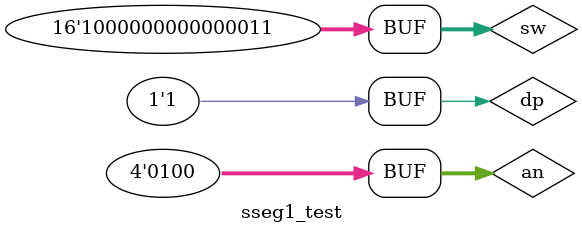
<source format=sv>
`timescale 1ns / 1ps

module sseg1_test();
reg [15:0] sw;
wire [3:0] an;
wire [6:0] seg;
wire dp; 
wire [3:0] into;

assign dp = 1;
assign an[3:2] = 1;
assign an[1:0] = 0;

mux2_4b mux1(.sel(sw[15]), .in0(sw[3:0]), .in1(sw[7:4]), .out(into));
sseg_decoder_test deco1(.num(into),.sseg(seg));


initial begin
// Initialize
sw = 16'h0000; #10;
// Test case 1
sw [7:0] = 2'h77;
sw [15] = 1'b0 ; #10;
//an[0] = 0;
//an[1] = 1;
sw [15] = 1'b1 ; #10;
//an[0] = 1;
//an[1] = 0;
// Test case 2
// repeat with a different #
end

endmodule
</source>
